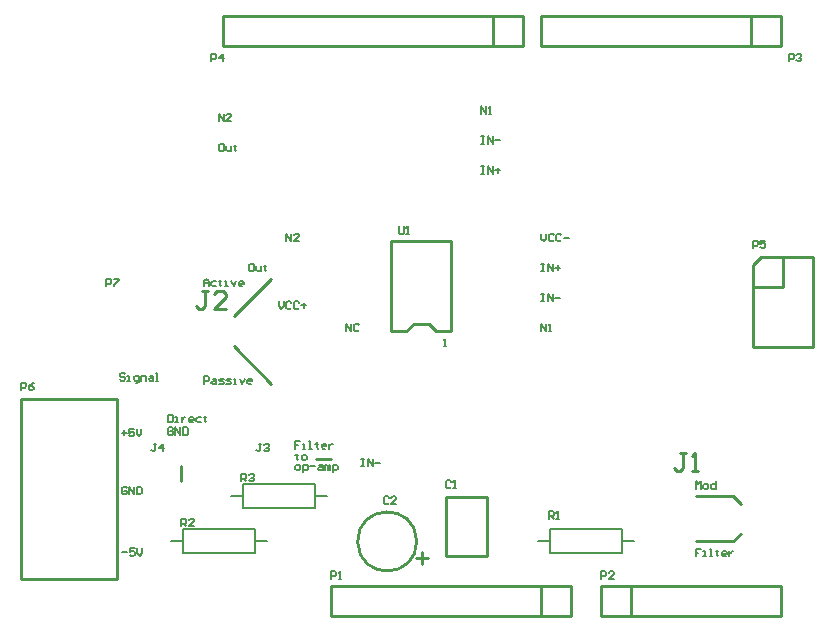
<source format=gto>
G04 Layer_Color=65535*
%FSLAX25Y25*%
%MOIN*%
G70*
G01*
G75*
%ADD10C,0.01000*%
%ADD22C,0.00787*%
%ADD23C,0.00500*%
D10*
X-86275Y-25312D02*
G03*
X-86277Y-25234I9838J312D01*
G01*
X-127500Y40000D02*
X-115000Y27500D01*
X-127500Y50000D02*
X-115000Y62500D01*
X39000Y-25000D02*
X41500Y-22500D01*
X26500Y-25000D02*
X39000D01*
Y-10000D02*
X41500Y-12500D01*
X26500Y-10000D02*
X39000D01*
X-56890Y-10158D02*
X-50000D01*
X-43150D01*
X-43110Y-29842D02*
Y-10197D01*
X-50000Y-29842D02*
X-43110D01*
X-56890D02*
X-50000D01*
X-56890D02*
Y-10158D01*
X-198327Y-37500D02*
X-182500D01*
X-166555D01*
Y22500D01*
X-182500D02*
X-166555D01*
X-198366D02*
X-182500D01*
X-198366Y-37461D02*
Y22500D01*
X-60000Y45000D02*
X-55000D01*
X-62500Y47500D02*
X-60000Y45000D01*
X-75000D02*
X-70000D01*
X-67500Y47500D01*
X-75000Y75000D02*
X-72500D01*
X-75000Y45000D02*
Y75000D01*
X-67500Y47500D02*
X-62500D01*
X-55000Y45000D02*
Y75000D01*
X-72500D02*
X-55000D01*
X-15000Y-50000D02*
Y-40000D01*
X-95000Y-50000D02*
X-15000D01*
X-95000D02*
Y-40000D01*
X-15000D01*
X-25000Y-50000D02*
Y-40000D01*
X-5000Y-45000D02*
Y-40000D01*
X5000D01*
Y-50000D02*
X55000D01*
Y-40000D01*
X5000D02*
X55000D01*
X5000Y-50000D02*
Y-40000D01*
X-5000Y-50000D02*
X5000D01*
X-5000D02*
Y-45000D01*
X55000Y140000D02*
Y150000D01*
X-25000Y140000D02*
X55000D01*
X-25000D02*
Y150000D01*
X55000D01*
X45000Y140000D02*
Y150000D01*
X-31000Y140000D02*
Y150000D01*
X-41000Y140000D02*
X-31000D01*
X-41000D02*
Y150000D01*
X-131000D02*
X-41000D01*
X-131000Y140000D02*
Y150000D01*
Y140000D02*
X-41000D01*
Y150000D02*
X-31000D01*
X48051Y69803D02*
X65551D01*
X45551Y67303D02*
X48051Y69803D01*
X45551Y39803D02*
Y67303D01*
X55551Y59803D02*
Y69803D01*
X45551Y59803D02*
X55551D01*
X65551Y39803D02*
Y69803D01*
X45551Y39803D02*
X65551D01*
X-145000Y-5000D02*
Y0D01*
X-100000Y2500D02*
X-95000D01*
X-136001Y58498D02*
X-138001D01*
X-137001D01*
Y53500D01*
X-138001Y52500D01*
X-139000D01*
X-140000Y53500D01*
X-130003Y52500D02*
X-134002D01*
X-130003Y56499D01*
Y57498D01*
X-131003Y58498D01*
X-133002D01*
X-134002Y57498D01*
X23149Y4448D02*
X21149D01*
X22149D01*
Y-550D01*
X21149Y-1550D01*
X20150D01*
X19150Y-550D01*
X25148Y-1550D02*
X27147D01*
X26148D01*
Y4448D01*
X25148Y3448D01*
X-64948Y-32480D02*
Y-28482D01*
X-66947Y-30481D02*
X-62949D01*
D22*
X2000Y-29000D02*
Y-21000D01*
X-22000Y-29000D02*
X2000D01*
X-22000D02*
Y-21000D01*
X2000D01*
Y-25000D02*
X6000D01*
X-26000D02*
X-22000D01*
X-144500Y-29000D02*
Y-21000D01*
X-120500D01*
Y-29000D02*
Y-21000D01*
X-144500Y-29000D02*
X-120500D01*
X-148500Y-25000D02*
X-144500D01*
X-120500D02*
X-116500D01*
X-100500Y-10000D02*
X-96500D01*
X-128500D02*
X-124500D01*
Y-14000D02*
X-100500D01*
Y-6000D01*
X-124500D02*
X-100500D01*
X-124500Y-14000D02*
Y-6000D01*
D23*
X-149500Y17155D02*
Y14675D01*
X-148260D01*
X-147847Y15089D01*
Y16742D01*
X-148260Y17155D01*
X-149500D01*
X-147020Y14675D02*
X-146194D01*
X-146607D01*
Y16328D01*
X-147020D01*
X-144954D02*
Y14675D01*
Y15502D01*
X-144541Y15915D01*
X-144128Y16328D01*
X-143714D01*
X-141235Y14675D02*
X-142061D01*
X-142475Y15089D01*
Y15915D01*
X-142061Y16328D01*
X-141235D01*
X-140822Y15915D01*
Y15502D01*
X-142475D01*
X-138342Y16328D02*
X-139582D01*
X-139995Y15915D01*
Y15089D01*
X-139582Y14675D01*
X-138342D01*
X-137102Y16742D02*
Y16328D01*
X-137516D01*
X-136689D01*
X-137102D01*
Y15089D01*
X-136689Y14675D01*
X-147847Y12566D02*
X-148260Y12979D01*
X-149087D01*
X-149500Y12566D01*
Y10913D01*
X-149087Y10500D01*
X-148260D01*
X-147847Y10913D01*
Y11740D01*
X-148673D01*
X-147020Y10500D02*
Y12979D01*
X-145368Y10500D01*
Y12979D01*
X-144541D02*
Y10500D01*
X-143301D01*
X-142888Y10913D01*
Y12566D01*
X-143301Y12979D01*
X-144541D01*
X-105347Y8417D02*
X-107000D01*
Y7177D01*
X-106174D01*
X-107000D01*
Y5938D01*
X-104520D02*
X-103694D01*
X-104107D01*
Y7591D01*
X-104520D01*
X-102454Y5938D02*
X-101628D01*
X-102041D01*
Y8417D01*
X-102454D01*
X-99975Y8004D02*
Y7591D01*
X-100388D01*
X-99562D01*
X-99975D01*
Y6351D01*
X-99562Y5938D01*
X-97082D02*
X-97909D01*
X-98322Y6351D01*
Y7177D01*
X-97909Y7591D01*
X-97082D01*
X-96669Y7177D01*
Y6764D01*
X-98322D01*
X-95842Y7591D02*
Y5938D01*
Y6764D01*
X-95429Y7177D01*
X-95016Y7591D01*
X-94602D01*
X-106587Y4242D02*
Y3828D01*
X-107000D01*
X-106174D01*
X-106587D01*
Y2589D01*
X-106174Y2175D01*
X-104520D02*
X-103694D01*
X-103281Y2589D01*
Y3415D01*
X-103694Y3828D01*
X-104520D01*
X-104934Y3415D01*
Y2589D01*
X-104520Y2175D01*
X-106587Y-1173D02*
X-105760D01*
X-105347Y-760D01*
Y66D01*
X-105760Y479D01*
X-106587D01*
X-107000Y66D01*
Y-760D01*
X-106587Y-1173D01*
X-104520Y-2000D02*
Y479D01*
X-103281D01*
X-102867Y66D01*
Y-760D01*
X-103281Y-1173D01*
X-104520D01*
X-102041Y66D02*
X-100388D01*
X-99148Y479D02*
X-98322D01*
X-97909Y66D01*
Y-1173D01*
X-99148D01*
X-99562Y-760D01*
X-99148Y-347D01*
X-97909D01*
X-97082Y-1173D02*
Y479D01*
X-96669D01*
X-96255Y66D01*
Y-1173D01*
Y66D01*
X-95842Y479D01*
X-95429Y66D01*
Y-1173D01*
X-94602Y-2000D02*
Y479D01*
X-93363D01*
X-92949Y66D01*
Y-760D01*
X-93363Y-1173D01*
X-94602D01*
X-75847Y-10434D02*
X-76260Y-10020D01*
X-77087D01*
X-77500Y-10434D01*
Y-12087D01*
X-77087Y-12500D01*
X-76260D01*
X-75847Y-12087D01*
X-73368Y-12500D02*
X-75020D01*
X-73368Y-10847D01*
Y-10434D01*
X-73781Y-10020D01*
X-74607D01*
X-75020Y-10434D01*
X-55227Y-5079D02*
X-55641Y-4666D01*
X-56467D01*
X-56880Y-5079D01*
Y-6732D01*
X-56467Y-7146D01*
X-55641D01*
X-55227Y-6732D01*
X-54401Y-7146D02*
X-53574D01*
X-53988D01*
Y-4666D01*
X-54401Y-5079D01*
X-198380Y25454D02*
Y27934D01*
X-197141D01*
X-196727Y27521D01*
Y26694D01*
X-197141Y26281D01*
X-198380D01*
X-194248Y27934D02*
X-195074Y27521D01*
X-195901Y26694D01*
Y25868D01*
X-195488Y25454D01*
X-194661D01*
X-194248Y25868D01*
Y26281D01*
X-194661Y26694D01*
X-195901D01*
X-170000Y60000D02*
Y62480D01*
X-168760D01*
X-168347Y62066D01*
Y61240D01*
X-168760Y60826D01*
X-170000D01*
X-167520Y62480D02*
X-165867D01*
Y62066D01*
X-167520Y60413D01*
Y60000D01*
X-145000Y-20000D02*
Y-17521D01*
X-143760D01*
X-143347Y-17934D01*
Y-18760D01*
X-143760Y-19173D01*
X-145000D01*
X-144174D02*
X-143347Y-20000D01*
X-140867D02*
X-142520D01*
X-140867Y-18347D01*
Y-17934D01*
X-141281Y-17521D01*
X-142107D01*
X-142520Y-17934D01*
X-22500Y-17500D02*
Y-15021D01*
X-21260D01*
X-20847Y-15434D01*
Y-16260D01*
X-21260Y-16673D01*
X-22500D01*
X-21674D02*
X-20847Y-17500D01*
X-20020D02*
X-19194D01*
X-19607D01*
Y-15021D01*
X-20020Y-15434D01*
X45520Y72754D02*
Y75234D01*
X46759D01*
X47173Y74821D01*
Y73994D01*
X46759Y73581D01*
X45520D01*
X49652Y75234D02*
X47999D01*
Y73994D01*
X48826Y74407D01*
X49239D01*
X49652Y73994D01*
Y73168D01*
X49239Y72754D01*
X48412D01*
X47999Y73168D01*
X-135000Y135000D02*
Y137479D01*
X-133760D01*
X-133347Y137066D01*
Y136240D01*
X-133760Y135827D01*
X-135000D01*
X-131281Y135000D02*
Y137479D01*
X-132520Y136240D01*
X-130868D01*
X-5000Y-37500D02*
Y-35021D01*
X-3760D01*
X-3347Y-35434D01*
Y-36260D01*
X-3760Y-36674D01*
X-5000D01*
X-867Y-37500D02*
X-2520D01*
X-867Y-35847D01*
Y-35434D01*
X-1281Y-35021D01*
X-2107D01*
X-2520Y-35434D01*
X-95000Y-37500D02*
Y-35021D01*
X-93760D01*
X-93347Y-35434D01*
Y-36260D01*
X-93760Y-36674D01*
X-95000D01*
X-92520Y-37500D02*
X-91694D01*
X-92107D01*
Y-35021D01*
X-92520Y-35434D01*
X-72500Y79979D02*
Y77913D01*
X-72087Y77500D01*
X-71260D01*
X-70847Y77913D01*
Y79979D01*
X-70021Y77500D02*
X-69194D01*
X-69607D01*
Y79979D01*
X-70021Y79566D01*
X57500Y135000D02*
Y137479D01*
X58740D01*
X59153Y137066D01*
Y136240D01*
X58740Y135827D01*
X57500D01*
X59979Y137066D02*
X60393Y137479D01*
X61219D01*
X61633Y137066D01*
Y136653D01*
X61219Y136240D01*
X60806D01*
X61219D01*
X61633Y135827D01*
Y135413D01*
X61219Y135000D01*
X60393D01*
X59979Y135413D01*
X-125000Y-5000D02*
Y-2520D01*
X-123760D01*
X-123347Y-2934D01*
Y-3760D01*
X-123760Y-4174D01*
X-125000D01*
X-124173D02*
X-123347Y-5000D01*
X-122520Y-2934D02*
X-122107Y-2520D01*
X-121281D01*
X-120868Y-2934D01*
Y-3347D01*
X-121281Y-3760D01*
X-121694D01*
X-121281D01*
X-120868Y-4174D01*
Y-4587D01*
X-121281Y-5000D01*
X-122107D01*
X-122520Y-4587D01*
X-137500Y27500D02*
Y29980D01*
X-136260D01*
X-135847Y29566D01*
Y28740D01*
X-136260Y28326D01*
X-137500D01*
X-134607Y29153D02*
X-133781D01*
X-133368Y28740D01*
Y27500D01*
X-134607D01*
X-135020Y27913D01*
X-134607Y28326D01*
X-133368D01*
X-132541Y27500D02*
X-131301D01*
X-130888Y27913D01*
X-131301Y28326D01*
X-132128D01*
X-132541Y28740D01*
X-132128Y29153D01*
X-130888D01*
X-130061Y27500D02*
X-128822D01*
X-128409Y27913D01*
X-128822Y28326D01*
X-129648D01*
X-130061Y28740D01*
X-129648Y29153D01*
X-128409D01*
X-127582Y27500D02*
X-126755D01*
X-127169D01*
Y29153D01*
X-127582D01*
X-125516D02*
X-124689Y27500D01*
X-123863Y29153D01*
X-121796Y27500D02*
X-122623D01*
X-123036Y27913D01*
Y28740D01*
X-122623Y29153D01*
X-121796D01*
X-121383Y28740D01*
Y28326D01*
X-123036D01*
X-137500Y60000D02*
Y61653D01*
X-136673Y62480D01*
X-135847Y61653D01*
Y60000D01*
Y61240D01*
X-137500D01*
X-133368Y61653D02*
X-134607D01*
X-135020Y61240D01*
Y60413D01*
X-134607Y60000D01*
X-133368D01*
X-132128Y62066D02*
Y61653D01*
X-132541D01*
X-131714D01*
X-132128D01*
Y60413D01*
X-131714Y60000D01*
X-130475D02*
X-129648D01*
X-130061D01*
Y61653D01*
X-130475D01*
X-128409D02*
X-127582Y60000D01*
X-126755Y61653D01*
X-124689Y60000D02*
X-125516D01*
X-125929Y60413D01*
Y61240D01*
X-125516Y61653D01*
X-124689D01*
X-124276Y61240D01*
Y60826D01*
X-125929D01*
X28153Y-27520D02*
X26500D01*
Y-28760D01*
X27327D01*
X26500D01*
Y-30000D01*
X28980D02*
X29806D01*
X29393D01*
Y-28347D01*
X28980D01*
X31046Y-30000D02*
X31872D01*
X31459D01*
Y-27520D01*
X31046D01*
X33525Y-27934D02*
Y-28347D01*
X33112D01*
X33939D01*
X33525D01*
Y-29587D01*
X33939Y-30000D01*
X36418D02*
X35592D01*
X35178Y-29587D01*
Y-28760D01*
X35592Y-28347D01*
X36418D01*
X36831Y-28760D01*
Y-29173D01*
X35178D01*
X37658Y-28347D02*
Y-30000D01*
Y-29173D01*
X38071Y-28760D01*
X38484Y-28347D01*
X38898D01*
X26500Y-7500D02*
Y-5020D01*
X27327Y-5847D01*
X28153Y-5020D01*
Y-7500D01*
X29393D02*
X30219D01*
X30632Y-7087D01*
Y-6260D01*
X30219Y-5847D01*
X29393D01*
X28980Y-6260D01*
Y-7087D01*
X29393Y-7500D01*
X33112Y-5020D02*
Y-7500D01*
X31872D01*
X31459Y-7087D01*
Y-6260D01*
X31872Y-5847D01*
X33112D01*
X-164744Y-28544D02*
X-163091D01*
X-160612Y-27304D02*
X-162265D01*
Y-28544D01*
X-161438Y-28130D01*
X-161025D01*
X-160612Y-28544D01*
Y-29370D01*
X-161025Y-29783D01*
X-161851D01*
X-162265Y-29370D01*
X-159785Y-27304D02*
Y-28957D01*
X-158959Y-29783D01*
X-158132Y-28957D01*
Y-27304D01*
X-163209Y-7245D02*
X-163622Y-6831D01*
X-164449D01*
X-164862Y-7245D01*
Y-8898D01*
X-164449Y-9311D01*
X-163622D01*
X-163209Y-8898D01*
Y-8071D01*
X-164036D01*
X-162383Y-9311D02*
Y-6831D01*
X-160730Y-9311D01*
Y-6831D01*
X-159903D02*
Y-9311D01*
X-158663D01*
X-158250Y-8898D01*
Y-7245D01*
X-158663Y-6831D01*
X-159903D01*
X-164941Y11220D02*
X-163288D01*
X-164114Y12047D02*
Y10394D01*
X-160808Y12460D02*
X-162461D01*
Y11220D01*
X-161635Y11633D01*
X-161222D01*
X-160808Y11220D01*
Y10394D01*
X-161222Y9980D01*
X-162048D01*
X-162461Y10394D01*
X-159982Y12460D02*
Y10807D01*
X-159155Y9980D01*
X-158329Y10807D01*
Y12460D01*
X-153347Y7480D02*
X-154174D01*
X-153760D01*
Y5413D01*
X-154174Y5000D01*
X-154587D01*
X-155000Y5413D01*
X-151281Y5000D02*
Y7480D01*
X-152521Y6240D01*
X-150867D01*
X-57500Y40000D02*
X-56674D01*
X-57087D01*
Y42480D01*
X-57500Y42066D01*
X-163835Y30696D02*
X-164248Y31109D01*
X-165075D01*
X-165488Y30696D01*
Y30283D01*
X-165075Y29870D01*
X-164248D01*
X-163835Y29456D01*
Y29043D01*
X-164248Y28630D01*
X-165075D01*
X-165488Y29043D01*
X-163009Y28630D02*
X-162182D01*
X-162595D01*
Y30283D01*
X-163009D01*
X-160116Y27803D02*
X-159703D01*
X-159289Y28217D01*
Y30283D01*
X-160529D01*
X-160942Y29870D01*
Y29043D01*
X-160529Y28630D01*
X-159289D01*
X-158463D02*
Y30283D01*
X-157223D01*
X-156810Y29870D01*
Y28630D01*
X-155570Y30283D02*
X-154744D01*
X-154330Y29870D01*
Y28630D01*
X-155570D01*
X-155983Y29043D01*
X-155570Y29456D01*
X-154330D01*
X-153504Y28630D02*
X-152677D01*
X-153091D01*
Y31109D01*
X-153504D01*
X-90000Y45000D02*
Y47480D01*
X-88347Y45000D01*
Y47480D01*
X-85868Y47066D02*
X-86281Y47480D01*
X-87107D01*
X-87520Y47066D01*
Y45413D01*
X-87107Y45000D01*
X-86281D01*
X-85868Y45413D01*
X-112500Y54979D02*
Y53326D01*
X-111673Y52500D01*
X-110847Y53326D01*
Y54979D01*
X-108368Y54566D02*
X-108781Y54979D01*
X-109607D01*
X-110020Y54566D01*
Y52913D01*
X-109607Y52500D01*
X-108781D01*
X-108368Y52913D01*
X-105888Y54566D02*
X-106301Y54979D01*
X-107128D01*
X-107541Y54566D01*
Y52913D01*
X-107128Y52500D01*
X-106301D01*
X-105888Y52913D01*
X-105061Y53740D02*
X-103409D01*
X-104235Y54566D02*
Y52913D01*
X-121260Y67479D02*
X-122087D01*
X-122500Y67066D01*
Y65413D01*
X-122087Y65000D01*
X-121260D01*
X-120847Y65413D01*
Y67066D01*
X-121260Y67479D01*
X-120020Y66653D02*
Y65413D01*
X-119607Y65000D01*
X-118368D01*
Y66653D01*
X-117128Y67066D02*
Y66653D01*
X-117541D01*
X-116715D01*
X-117128D01*
Y65413D01*
X-116715Y65000D01*
X-110000Y75000D02*
Y77479D01*
X-108347Y75000D01*
Y77479D01*
X-105868Y75000D02*
X-107520D01*
X-105868Y76653D01*
Y77066D01*
X-106281Y77479D01*
X-107107D01*
X-107520Y77066D01*
X-25000Y77479D02*
Y75827D01*
X-24173Y75000D01*
X-23347Y75827D01*
Y77479D01*
X-20867Y77066D02*
X-21281Y77479D01*
X-22107D01*
X-22521Y77066D01*
Y75413D01*
X-22107Y75000D01*
X-21281D01*
X-20867Y75413D01*
X-18388Y77066D02*
X-18801Y77479D01*
X-19628D01*
X-20041Y77066D01*
Y75413D01*
X-19628Y75000D01*
X-18801D01*
X-18388Y75413D01*
X-17561Y76240D02*
X-15909D01*
X-25000Y67479D02*
X-24173D01*
X-24587D01*
Y65000D01*
X-25000D01*
X-24173D01*
X-22934D02*
Y67479D01*
X-21281Y65000D01*
Y67479D01*
X-20454Y66240D02*
X-18801D01*
X-19628Y67066D02*
Y65413D01*
X-25000Y57480D02*
X-24173D01*
X-24587D01*
Y55000D01*
X-25000D01*
X-24173D01*
X-22934D02*
Y57480D01*
X-21281Y55000D01*
Y57480D01*
X-20454Y56240D02*
X-18801D01*
X-25000Y45000D02*
Y47480D01*
X-23347Y45000D01*
Y47480D01*
X-22521Y45000D02*
X-21694D01*
X-22107D01*
Y47480D01*
X-22521Y47066D01*
X-45000Y99980D02*
X-44173D01*
X-44587D01*
Y97500D01*
X-45000D01*
X-44173D01*
X-42934D02*
Y99980D01*
X-41281Y97500D01*
Y99980D01*
X-40454Y98740D02*
X-38801D01*
X-39628Y99566D02*
Y97913D01*
X-45000Y109979D02*
X-44173D01*
X-44587D01*
Y107500D01*
X-45000D01*
X-44173D01*
X-42934D02*
Y109979D01*
X-41281Y107500D01*
Y109979D01*
X-40454Y108740D02*
X-38801D01*
X-45000Y117500D02*
Y119980D01*
X-43347Y117500D01*
Y119980D01*
X-42520Y117500D02*
X-41694D01*
X-42107D01*
Y119980D01*
X-42520Y119566D01*
X-132500Y115000D02*
Y117480D01*
X-130847Y115000D01*
Y117480D01*
X-128367Y115000D02*
X-130020D01*
X-128367Y116653D01*
Y117066D01*
X-128781Y117480D01*
X-129607D01*
X-130020Y117066D01*
X-131260Y107480D02*
X-132087D01*
X-132500Y107066D01*
Y105413D01*
X-132087Y105000D01*
X-131260D01*
X-130847Y105413D01*
Y107066D01*
X-131260Y107480D01*
X-130020Y106653D02*
Y105413D01*
X-129607Y105000D01*
X-128367D01*
Y106653D01*
X-127128Y107066D02*
Y106653D01*
X-127541D01*
X-126715D01*
X-127128D01*
Y105413D01*
X-126715Y105000D01*
X-85000Y2479D02*
X-84174D01*
X-84587D01*
Y0D01*
X-85000D01*
X-84174D01*
X-82934D02*
Y2479D01*
X-81281Y0D01*
Y2479D01*
X-80454Y1240D02*
X-78801D01*
X-118347Y7480D02*
X-119174D01*
X-118760D01*
Y5413D01*
X-119174Y5000D01*
X-119587D01*
X-120000Y5413D01*
X-117520Y7066D02*
X-117107Y7480D01*
X-116281D01*
X-115867Y7066D01*
Y6653D01*
X-116281Y6240D01*
X-116694D01*
X-116281D01*
X-115867Y5827D01*
Y5413D01*
X-116281Y5000D01*
X-117107D01*
X-117520Y5413D01*
M02*

</source>
